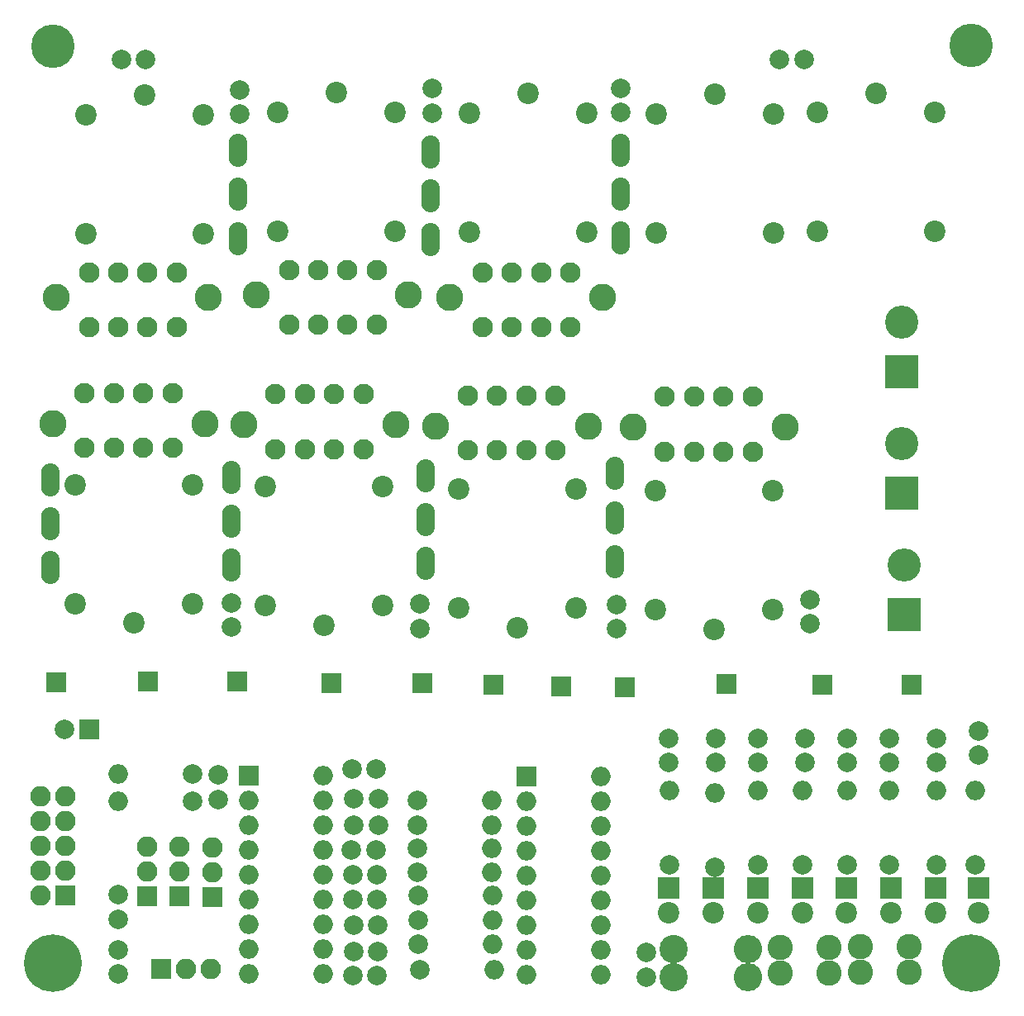
<source format=gbr>
G04 #@! TF.FileFunction,Soldermask,Bot*
%FSLAX46Y46*%
G04 Gerber Fmt 4.6, Leading zero omitted, Abs format (unit mm)*
G04 Created by KiCad (PCBNEW 4.0.7) date 10/17/18 23:12:51*
%MOMM*%
%LPD*%
G01*
G04 APERTURE LIST*
%ADD10C,0.100000*%
%ADD11C,2.200000*%
%ADD12C,2.100000*%
%ADD13C,2.800000*%
%ADD14R,2.000000X2.000000*%
%ADD15O,2.000000X2.000000*%
%ADD16C,2.900000*%
%ADD17O,2.900000X2.900000*%
%ADD18R,2.200000X2.200000*%
%ADD19C,2.000000*%
%ADD20R,3.400000X3.400000*%
%ADD21C,3.400000*%
%ADD22R,2.100000X2.100000*%
%ADD23O,2.100000X2.100000*%
%ADD24C,4.464000*%
%ADD25C,5.900000*%
%ADD26O,1.900000X3.400000*%
%ADD27C,2.600000*%
G04 APERTURE END LIST*
D10*
D11*
X68357000Y-60040000D03*
X68357000Y-72240000D03*
X56357000Y-72240000D03*
X62357000Y-58040000D03*
X56357000Y-60040000D03*
X88042000Y-59786000D03*
X88042000Y-71986000D03*
X76042000Y-71986000D03*
X82042000Y-57786000D03*
X76042000Y-59786000D03*
X126802400Y-59938400D03*
X126802400Y-72138400D03*
X114802400Y-72138400D03*
X120802400Y-57938400D03*
X114802400Y-59938400D03*
D12*
X105990400Y-76248000D03*
X102990400Y-76248000D03*
X99990400Y-76248000D03*
X96990400Y-76248000D03*
X105990400Y-81851000D03*
X102990400Y-81851000D03*
X99990400Y-81851000D03*
X96990400Y-81851000D03*
D13*
X109244400Y-78740000D03*
X93624400Y-78740000D03*
D14*
X73025000Y-127762000D03*
D15*
X80645000Y-148082000D03*
X73025000Y-130302000D03*
X80645000Y-145542000D03*
X73025000Y-132842000D03*
X80645000Y-143002000D03*
X73025000Y-135382000D03*
X80645000Y-140462000D03*
X73025000Y-137922000D03*
X80645000Y-137922000D03*
X73025000Y-140462000D03*
X80645000Y-135382000D03*
X73025000Y-143002000D03*
X80645000Y-132842000D03*
X73025000Y-145542000D03*
X80645000Y-130302000D03*
X73025000Y-148082000D03*
X80645000Y-127762000D03*
D16*
X116586000Y-145542000D03*
D17*
X124206000Y-145542000D03*
D18*
X138811000Y-139319000D03*
D11*
X138811000Y-141859000D03*
D19*
X67259200Y-127609600D03*
D15*
X59639200Y-127609600D03*
D18*
X125222000Y-139319000D03*
D11*
X125222000Y-141859000D03*
D19*
X143510000Y-136906000D03*
D15*
X143510000Y-129286000D03*
D18*
X120650000Y-139319000D03*
D11*
X120650000Y-141859000D03*
D14*
X101473000Y-127889000D03*
D15*
X109093000Y-148209000D03*
X101473000Y-130429000D03*
X109093000Y-145669000D03*
X101473000Y-132969000D03*
X109093000Y-143129000D03*
X101473000Y-135509000D03*
X109093000Y-140589000D03*
X101473000Y-138049000D03*
X109093000Y-138049000D03*
X101473000Y-140589000D03*
X109093000Y-135509000D03*
X101473000Y-143129000D03*
X109093000Y-132969000D03*
X101473000Y-145669000D03*
X109093000Y-130429000D03*
X101473000Y-148209000D03*
X109093000Y-127889000D03*
D20*
X140208000Y-111252000D03*
D21*
X140208000Y-106172000D03*
D20*
X139954000Y-86360000D03*
D21*
X139954000Y-81280000D03*
D19*
X116078000Y-123952000D03*
X116078000Y-126452000D03*
X120904000Y-123952000D03*
X120904000Y-126452000D03*
X125222000Y-123952000D03*
X125222000Y-126452000D03*
X130048000Y-123952000D03*
X130048000Y-126452000D03*
X134366000Y-123952000D03*
X134366000Y-126452000D03*
X138684000Y-123952000D03*
X138684000Y-126452000D03*
X143510000Y-123952000D03*
X143510000Y-126452000D03*
X147828000Y-123190000D03*
X147828000Y-125690000D03*
X69926200Y-130225800D03*
X69926200Y-127725800D03*
D22*
X69342000Y-140258800D03*
D23*
X69342000Y-137718800D03*
X69342000Y-135178800D03*
D22*
X65963800Y-140182600D03*
D23*
X65963800Y-137642600D03*
X65963800Y-135102600D03*
D22*
X62611000Y-140182600D03*
D23*
X62611000Y-137642600D03*
X62611000Y-135102600D03*
D19*
X67259200Y-130378200D03*
D15*
X59639200Y-130378200D03*
D20*
X139954000Y-98806000D03*
D21*
X139954000Y-93726000D03*
D24*
X53000000Y-53000000D03*
D25*
X53000000Y-147000000D03*
X147002500Y-147002500D03*
D24*
X147002500Y-52959000D03*
D18*
X129794000Y-139319000D03*
D11*
X129794000Y-141859000D03*
D18*
X134239000Y-139319000D03*
D11*
X134239000Y-141859000D03*
D18*
X143383000Y-139319000D03*
D11*
X143383000Y-141859000D03*
D18*
X147828000Y-139319000D03*
D11*
X147828000Y-141859000D03*
D19*
X116141500Y-136969500D03*
D15*
X116141500Y-129349500D03*
D19*
X120777000Y-137160000D03*
D15*
X120777000Y-129540000D03*
D19*
X125222000Y-136906000D03*
D15*
X125222000Y-129286000D03*
D19*
X129794000Y-136906000D03*
D15*
X129794000Y-129286000D03*
D19*
X134366000Y-136906000D03*
D15*
X134366000Y-129286000D03*
D19*
X138684000Y-136906000D03*
D15*
X138684000Y-129286000D03*
D19*
X147447000Y-136906000D03*
D15*
X147447000Y-129286000D03*
D19*
X86106000Y-127152400D03*
X83606000Y-127152400D03*
D26*
X111175800Y-68173600D03*
X111175800Y-63673600D03*
X111175800Y-72673600D03*
X91694000Y-68376800D03*
X91694000Y-63876800D03*
X91694000Y-72876800D03*
X71932800Y-68224400D03*
X71932800Y-63724400D03*
X71932800Y-72724400D03*
X71285100Y-101688900D03*
X71285100Y-106188900D03*
X71285100Y-97188900D03*
X91122500Y-101523800D03*
X91122500Y-106023800D03*
X91122500Y-97023800D03*
X110502700Y-101346000D03*
X110502700Y-105846000D03*
X110502700Y-96846000D03*
X52705000Y-101981000D03*
X52705000Y-106481000D03*
X52705000Y-97481000D03*
D22*
X140970000Y-118491000D03*
X111569500Y-118745000D03*
X90805000Y-118300500D03*
X98107500Y-118491000D03*
X53340000Y-118237000D03*
X81470500Y-118300500D03*
X105029000Y-118681500D03*
X62674500Y-118173500D03*
X71818500Y-118173500D03*
X121983500Y-118364000D03*
X131826000Y-118491000D03*
D19*
X90297000Y-130302000D03*
D15*
X97917000Y-130302000D03*
D19*
X90297000Y-132842000D03*
D15*
X97917000Y-132842000D03*
D19*
X90297000Y-135255000D03*
D15*
X97917000Y-135255000D03*
D19*
X90297000Y-137668000D03*
D15*
X97917000Y-137668000D03*
D19*
X90424000Y-140081000D03*
D15*
X98044000Y-140081000D03*
D19*
X90424000Y-142621000D03*
D15*
X98044000Y-142621000D03*
D19*
X90424000Y-145034000D03*
D15*
X98044000Y-145034000D03*
D19*
X90551000Y-147701000D03*
D15*
X98171000Y-147701000D03*
D18*
X116078000Y-139319000D03*
D11*
X116078000Y-141859000D03*
D19*
X83820000Y-130175000D03*
X86320000Y-130175000D03*
X83820000Y-132842000D03*
X86320000Y-132842000D03*
X83566000Y-135382000D03*
X86066000Y-135382000D03*
X83693000Y-137922000D03*
X86193000Y-137922000D03*
X83693000Y-140525500D03*
X86193000Y-140525500D03*
X83756500Y-143129000D03*
X86256500Y-143129000D03*
X83756500Y-145796000D03*
X86256500Y-145796000D03*
X83693000Y-148272500D03*
X86193000Y-148272500D03*
D16*
X116586000Y-148463000D03*
D17*
X124206000Y-148463000D03*
D19*
X59664600Y-148132800D03*
X59664600Y-145632800D03*
X59690000Y-142494000D03*
X59690000Y-139994000D03*
D22*
X54203600Y-140035280D03*
D23*
X51663600Y-140035280D03*
X54203600Y-137495280D03*
X51663600Y-137495280D03*
X54203600Y-134955280D03*
X51663600Y-134955280D03*
X54203600Y-132415280D03*
X51663600Y-132415280D03*
X54203600Y-129875280D03*
X51663600Y-129875280D03*
D11*
X114700800Y-110775000D03*
X114700800Y-98575000D03*
X126700800Y-98575000D03*
X120700800Y-112775000D03*
X126700800Y-110775000D03*
X94584000Y-110648000D03*
X94584000Y-98448000D03*
X106584000Y-98448000D03*
X100584000Y-112648000D03*
X106584000Y-110648000D03*
X55244480Y-110160320D03*
X55244480Y-97960320D03*
X67244480Y-97960320D03*
X61244480Y-112160320D03*
X67244480Y-110160320D03*
X143312400Y-59836800D03*
X143312400Y-72036800D03*
X131312400Y-72036800D03*
X137312400Y-57836800D03*
X131312400Y-59836800D03*
X107650800Y-59887600D03*
X107650800Y-72087600D03*
X95650800Y-72087600D03*
X101650800Y-57887600D03*
X95650800Y-59887600D03*
X74772000Y-110394000D03*
X74772000Y-98194000D03*
X86772000Y-98194000D03*
X80772000Y-112394000D03*
X86772000Y-110394000D03*
D19*
X127406400Y-54356000D03*
X129906400Y-54356000D03*
X91846400Y-59893200D03*
X91846400Y-57393200D03*
X72085200Y-57505600D03*
X72085200Y-60005600D03*
X62484000Y-54356000D03*
X59984000Y-54356000D03*
X111099600Y-59842400D03*
X111099600Y-57342400D03*
X71247000Y-110083600D03*
X71247000Y-112583600D03*
X90601800Y-110185200D03*
X90601800Y-112685200D03*
X110744000Y-110236000D03*
X110744000Y-112736000D03*
X130556000Y-109728000D03*
X130556000Y-112228000D03*
D14*
X56657240Y-123027440D03*
D19*
X54157240Y-123027440D03*
D27*
X127508000Y-148005800D03*
X132508000Y-148005800D03*
X140665200Y-147980400D03*
X135665200Y-147980400D03*
D22*
X64068960Y-147579080D03*
D23*
X66608960Y-147579080D03*
X69148960Y-147579080D03*
D19*
X113792000Y-148437600D03*
X113792000Y-145937600D03*
D12*
X95457000Y-94440000D03*
X98457000Y-94440000D03*
X101457000Y-94440000D03*
X104457000Y-94440000D03*
X95457000Y-88837000D03*
X98457000Y-88837000D03*
X101457000Y-88837000D03*
X104457000Y-88837000D03*
D13*
X92203000Y-91948000D03*
X107823000Y-91948000D03*
D12*
X115650000Y-94567000D03*
X118650000Y-94567000D03*
X121650000Y-94567000D03*
X124650000Y-94567000D03*
X115650000Y-88964000D03*
X118650000Y-88964000D03*
X121650000Y-88964000D03*
X124650000Y-88964000D03*
D13*
X112396000Y-92075000D03*
X128016000Y-92075000D03*
D12*
X75772000Y-94313000D03*
X78772000Y-94313000D03*
X81772000Y-94313000D03*
X84772000Y-94313000D03*
X75772000Y-88710000D03*
X78772000Y-88710000D03*
X81772000Y-88710000D03*
X84772000Y-88710000D03*
D13*
X72518000Y-91821000D03*
X88138000Y-91821000D03*
D12*
X56214000Y-94186000D03*
X59214000Y-94186000D03*
X62214000Y-94186000D03*
X65214000Y-94186000D03*
X56214000Y-88583000D03*
X59214000Y-88583000D03*
X62214000Y-88583000D03*
X65214000Y-88583000D03*
D13*
X52960000Y-91694000D03*
X68580000Y-91694000D03*
D12*
X65655200Y-76248000D03*
X62655200Y-76248000D03*
X59655200Y-76248000D03*
X56655200Y-76248000D03*
X65655200Y-81851000D03*
X62655200Y-81851000D03*
X59655200Y-81851000D03*
X56655200Y-81851000D03*
D13*
X68909200Y-78740000D03*
X53289200Y-78740000D03*
D12*
X86153000Y-75994000D03*
X83153000Y-75994000D03*
X80153000Y-75994000D03*
X77153000Y-75994000D03*
X86153000Y-81597000D03*
X83153000Y-81597000D03*
X80153000Y-81597000D03*
X77153000Y-81597000D03*
D13*
X89407000Y-78486000D03*
X73787000Y-78486000D03*
D27*
X127467360Y-145409920D03*
X132467360Y-145409920D03*
X140655040Y-145348960D03*
X135655040Y-145348960D03*
M02*

</source>
